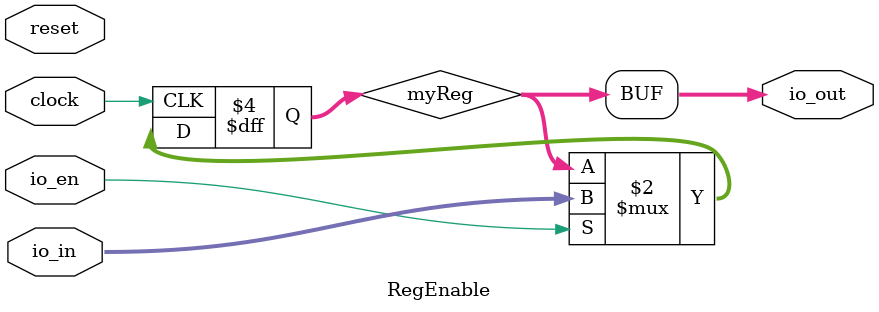
<source format=v>
module RegEnable(
  input        clock,
  input        reset,
  input  [7:0] io_in,
  input        io_en,
  output [7:0] io_out
);
`ifdef RANDOMIZE_REG_INIT
  reg [31:0] _RAND_0;
`endif // RANDOMIZE_REG_INIT
  reg [7:0] myReg; // @[Reg.scala 16:16]
  assign io_out = myReg; // @[RegEnable.scala 14:12]
  always @(posedge clock) begin
    if (io_en) begin // @[Reg.scala 17:18]
      myReg <= io_in; // @[Reg.scala 17:22]
    end
  end
// Register and memory initialization
`ifdef RANDOMIZE_GARBAGE_ASSIGN
`define RANDOMIZE
`endif
`ifdef RANDOMIZE_INVALID_ASSIGN
`define RANDOMIZE
`endif
`ifdef RANDOMIZE_REG_INIT
`define RANDOMIZE
`endif
`ifdef RANDOMIZE_MEM_INIT
`define RANDOMIZE
`endif
`ifndef RANDOM
`define RANDOM $random
`endif
`ifdef RANDOMIZE_MEM_INIT
  integer initvar;
`endif
`ifndef SYNTHESIS
`ifdef FIRRTL_BEFORE_INITIAL
`FIRRTL_BEFORE_INITIAL
`endif
initial begin
  `ifdef RANDOMIZE
    `ifdef INIT_RANDOM
      `INIT_RANDOM
    `endif
    `ifndef VERILATOR
      `ifdef RANDOMIZE_DELAY
        #`RANDOMIZE_DELAY begin end
      `else
        #0.002 begin end
      `endif
    `endif
`ifdef RANDOMIZE_REG_INIT
  _RAND_0 = {1{`RANDOM}};
  myReg = _RAND_0[7:0];
`endif // RANDOMIZE_REG_INIT
  `endif // RANDOMIZE
end // initial
`ifdef FIRRTL_AFTER_INITIAL
`FIRRTL_AFTER_INITIAL
`endif
`endif // SYNTHESIS
endmodule

</source>
